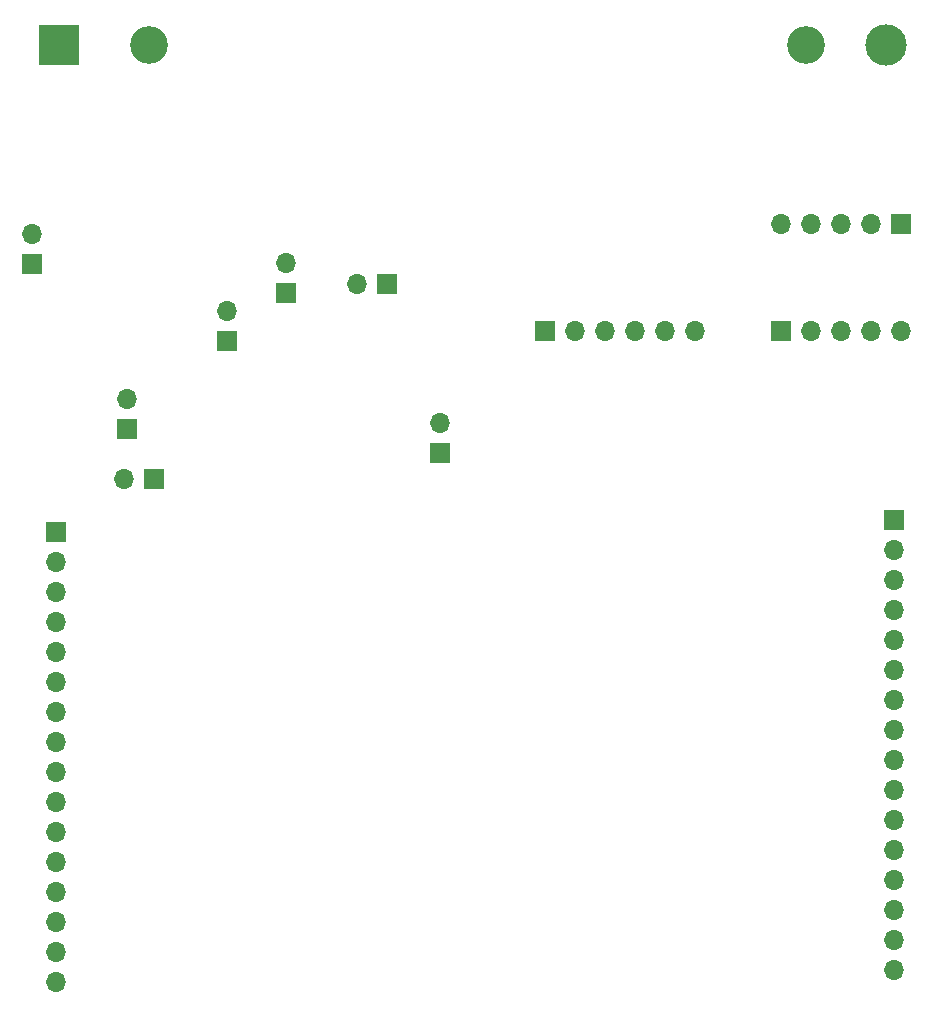
<source format=gbr>
%TF.GenerationSoftware,KiCad,Pcbnew,8.0.1*%
%TF.CreationDate,2024-04-05T23:37:33+02:00*%
%TF.ProjectId,power_system_board,706f7765-725f-4737-9973-74656d5f626f,rev?*%
%TF.SameCoordinates,Original*%
%TF.FileFunction,Soldermask,Bot*%
%TF.FilePolarity,Negative*%
%FSLAX46Y46*%
G04 Gerber Fmt 4.6, Leading zero omitted, Abs format (unit mm)*
G04 Created by KiCad (PCBNEW 8.0.1) date 2024-04-05 23:37:33*
%MOMM*%
%LPD*%
G01*
G04 APERTURE LIST*
%ADD10R,1.700000X1.700000*%
%ADD11O,1.700000X1.700000*%
%ADD12C,3.500000*%
%ADD13R,3.500000X3.500000*%
%ADD14C,3.200000*%
G04 APERTURE END LIST*
D10*
%TO.C,J12*%
X116000000Y-92275000D03*
D11*
X116000000Y-89735000D03*
%TD*%
D10*
%TO.C,J11*%
X111540000Y-78000000D03*
D11*
X109000000Y-78000000D03*
%TD*%
D10*
%TO.C,J10*%
X124880000Y-82000000D03*
D11*
X127420000Y-82000000D03*
X129960000Y-82000000D03*
X132500000Y-82000000D03*
X135040000Y-82000000D03*
X137580000Y-82000000D03*
%TD*%
%TO.C,J9*%
X154500000Y-136100000D03*
X154500000Y-133560000D03*
X154500000Y-131020000D03*
X154500000Y-128480000D03*
X154500000Y-125940000D03*
X154500000Y-123400000D03*
X154500000Y-120860000D03*
X154500000Y-118320000D03*
X154500000Y-115780000D03*
X154500000Y-113240000D03*
X154500000Y-110700000D03*
X154500000Y-108160000D03*
X154500000Y-105620000D03*
X154500000Y-103080000D03*
X154500000Y-100540000D03*
D10*
X154500000Y-98000000D03*
%TD*%
%TO.C,J8*%
X83500000Y-98960000D03*
D11*
X83500000Y-101500000D03*
X83500000Y-104040000D03*
X83500000Y-106580000D03*
X83500000Y-109120000D03*
X83500000Y-111660000D03*
X83500000Y-114200000D03*
X83500000Y-116740000D03*
X83500000Y-119280000D03*
X83500000Y-121820000D03*
X83500000Y-124360000D03*
X83500000Y-126900000D03*
X83500000Y-129440000D03*
X83500000Y-131980000D03*
X83500000Y-134520000D03*
X83500000Y-137060000D03*
%TD*%
D10*
%TO.C,J7*%
X91775000Y-94500000D03*
D11*
X89235000Y-94500000D03*
%TD*%
D10*
%TO.C,J6*%
X98000000Y-82775000D03*
D11*
X98000000Y-80235000D03*
%TD*%
D10*
%TO.C,J5*%
X103000000Y-78775000D03*
D11*
X103000000Y-76235000D03*
%TD*%
D10*
%TO.C,J4*%
X81500000Y-76275000D03*
D11*
X81500000Y-73735000D03*
%TD*%
D10*
%TO.C,J3*%
X89500000Y-90275000D03*
D11*
X89500000Y-87735000D03*
%TD*%
D10*
%TO.C,J2*%
X155045000Y-72942500D03*
D11*
X152505000Y-72942500D03*
X149965000Y-72942500D03*
X147425000Y-72942500D03*
X144885000Y-72942500D03*
%TD*%
%TO.C,J1*%
X155085000Y-82000000D03*
X152545000Y-82000000D03*
X150005000Y-82000000D03*
X147465000Y-82000000D03*
D10*
X144925000Y-82000000D03*
%TD*%
D12*
%TO.C,BT1*%
X153742500Y-57735000D03*
D13*
X83742500Y-57735000D03*
D14*
X146997500Y-57735000D03*
X91387500Y-57735000D03*
%TD*%
M02*

</source>
